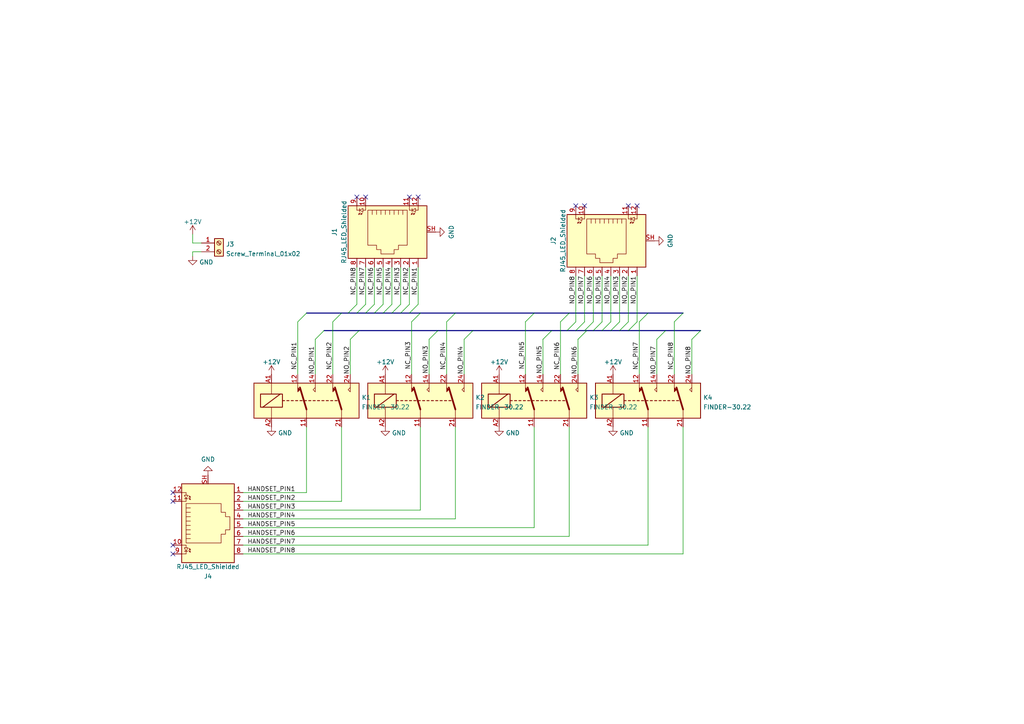
<source format=kicad_sch>
(kicad_sch (version 20211123) (generator eeschema)
  (paper "A4")
  (lib_symbols
    (symbol "Connector:RJ45_LED_Shielded" (pin_names (offset 1.016))
      (property "Reference" "J" (at -5.08 13.97 0))
      (property "Value" "RJ45_LED_Shielded" (at 1.27 13.97 0))
      (symbol "RJ45_LED_Shielded_0_1"
        (polyline (pts (xy -7.62 -7.62) (xy -6.35 -7.62)))
        (polyline (pts (xy -7.62 -5.08) (xy -6.35 -5.08)))
        (polyline (pts (xy -7.62 7.62) (xy -6.35 7.62)))
        (polyline (pts (xy -7.62 10.16) (xy -6.35 10.16)))
        (polyline (pts (xy -6.858 -5.842) (xy -5.842 -5.842)))
        (polyline (pts (xy -6.858 9.398) (xy -5.842 9.398)))
        (polyline (pts (xy -6.35 -7.62) (xy -6.35 -6.858)))
        (polyline (pts (xy -6.35 -5.08) (xy -6.35 -5.842)))
        (polyline (pts (xy -6.35 7.62) (xy -6.35 8.382)))
        (polyline (pts (xy -6.35 10.16) (xy -6.35 9.398)))
        (polyline (pts (xy -5.08 -6.223) (xy -5.207 -6.604)))
        (polyline (pts (xy -5.08 -5.588) (xy -5.207 -5.969)))
        (polyline (pts (xy -5.08 4.445) (xy -6.35 4.445)))
        (polyline (pts (xy -5.08 5.715) (xy -6.35 5.715)))
        (polyline (pts (xy -5.08 9.017) (xy -5.207 8.636)))
        (polyline (pts (xy -5.08 9.652) (xy -5.207 9.271)))
        (polyline (pts (xy -6.35 -3.175) (xy -5.08 -3.175) (xy -5.08 -3.175)))
        (polyline (pts (xy -6.35 -1.905) (xy -5.08 -1.905) (xy -5.08 -1.905)))
        (polyline (pts (xy -6.35 -0.635) (xy -5.08 -0.635) (xy -5.08 -0.635)))
        (polyline (pts (xy -6.35 0.635) (xy -5.08 0.635) (xy -5.08 0.635)))
        (polyline (pts (xy -6.35 1.905) (xy -5.08 1.905) (xy -5.08 1.905)))
        (polyline (pts (xy -5.588 -6.731) (xy -5.08 -6.223) (xy -5.461 -6.35)))
        (polyline (pts (xy -5.588 -6.096) (xy -5.08 -5.588) (xy -5.461 -5.715)))
        (polyline (pts (xy -5.588 8.509) (xy -5.08 9.017) (xy -5.461 8.89)))
        (polyline (pts (xy -5.588 9.144) (xy -5.08 9.652) (xy -5.461 9.525)))
        (polyline (pts (xy -5.08 3.175) (xy -6.35 3.175) (xy -6.35 3.175)))
        (polyline (pts (xy -6.35 -5.842) (xy -6.858 -6.858) (xy -5.842 -6.858) (xy -6.35 -5.842)))
        (polyline (pts (xy -6.35 9.398) (xy -6.858 8.382) (xy -5.842 8.382) (xy -6.35 9.398)))
        (polyline (pts (xy -6.35 -4.445) (xy -6.35 6.985) (xy 3.81 6.985) (xy 3.81 4.445) (xy 5.08 4.445) (xy 5.08 3.175) (xy 6.35 3.175) (xy 6.35 -0.635) (xy 5.08 -0.635) (xy 5.08 -1.905) (xy 3.81 -1.905) (xy 3.81 -4.445) (xy -6.35 -4.445) (xy -6.35 -4.445)))
        (rectangle (start 7.62 12.7) (end -7.62 -10.16) (stroke (width 0.254)) (fill (type background)))
      )
      (symbol "RJ45_LED_Shielded_1_1"
        (pin passive line (at 10.16 -7.62 180) (length 2.54) (name "~") (number "1"))
        (pin passive line (at -10.16 7.62 0) (length 2.54) (name "~") (number "10"))
        (pin passive line (at -10.16 -5.08 0) (length 2.54) (name "~") (number "11"))
        (pin passive line (at -10.16 -7.62 0) (length 2.54) (name "~") (number "12"))
        (pin passive line (at 10.16 -5.08 180) (length 2.54) (name "~") (number "2"))
        (pin passive line (at 10.16 -2.54 180) (length 2.54) (name "~") (number "3"))
        (pin passive line (at 10.16 0 180) (length 2.54) (name "~") (number "4"))
        (pin passive line (at 10.16 2.54 180) (length 2.54) (name "~") (number "5"))
        (pin passive line (at 10.16 5.08 180) (length 2.54) (name "~") (number "6"))
        (pin passive line (at 10.16 7.62 180) (length 2.54) (name "~") (number "7"))
        (pin passive line (at 10.16 10.16 180) (length 2.54) (name "~") (number "8"))
        (pin passive line (at -10.16 10.16 0) (length 2.54) (name "~") (number "9"))
        (pin passive line (at 0 -12.7 90) (length 2.54) (name "~") (number "SH"))
      )
    )
    (symbol "Connector:Screw_Terminal_01x02" (pin_names (offset 1.016) hide)
      (property "Reference" "J" (at 0 2.54 0))
      (property "Value" "Screw_Terminal_01x02" (at 0 -5.08 0))
      (symbol "Screw_Terminal_01x02_1_1"
        (rectangle (start -1.27 1.27) (end 1.27 -3.81) (stroke (width 0.254)) (fill (type background)))
        (circle (center 0 -2.54) (radius 0.635) (stroke (width 0.1524)))
        (polyline (pts (xy -0.5334 -2.2098) (xy 0.3302 -3.048)) (stroke (width 0.1524)))
        (polyline (pts (xy -0.5334 0.3302) (xy 0.3302 -0.508)) (stroke (width 0.1524)))
        (polyline (pts (xy -0.3556 -2.032) (xy 0.508 -2.8702)) (stroke (width 0.1524)))
        (polyline (pts (xy -0.3556 0.508) (xy 0.508 -0.3302)) (stroke (width 0.1524)))
        (circle (center 0 0) (radius 0.635) (stroke (width 0.1524)))
        (pin passive line (at -5.08 0 0) (length 3.81) (name "Pin_1") (number "1"))
        (pin passive line (at -5.08 -2.54 0) (length 3.81) (name "Pin_2") (number "2"))
      )
    )
    (symbol "Relay:FINDER-30.22"
      (property "Reference" "K" (at 16.51 3.81 0))
      (property "Value" "FINDER-30.22" (at 16.51 1.27 0))
      (symbol "FINDER-30.22_0_0"
        (polyline (pts (xy -2.54 5.08) (xy -2.54 2.54) (xy -1.905 3.175) (xy -2.54 3.81)) (fill (type outline)))
        (polyline (pts (xy 2.54 5.08) (xy 2.54 2.54) (xy 1.905 3.175) (xy 2.54 3.81)))
        (polyline (pts (xy 7.62 5.08) (xy 7.62 2.54) (xy 8.255 3.175) (xy 7.62 3.81)) (fill (type outline)))
        (polyline (pts (xy 12.7 5.08) (xy 12.7 2.54) (xy 12.065 3.175) (xy 12.7 3.81)))
      )
      (symbol "FINDER-30.22_0_1"
        (rectangle (start -15.24 5.08) (end 15.24 -5.08) (stroke (width 0.254)) (fill (type background)))
        (rectangle (start -13.335 1.905) (end -6.985 -1.905) (stroke (width 0.254)))
        (polyline (pts (xy -12.7 -1.905) (xy -7.62 1.905)) (stroke (width 0.254)))
        (polyline (pts (xy -10.16 -5.08) (xy -10.16 -1.905)))
        (polyline (pts (xy -10.16 5.08) (xy -10.16 1.905)))
        (polyline (pts (xy -6.985 0) (xy -6.35 0)) (stroke (width 0.254)))
        (polyline (pts (xy -5.715 0) (xy -5.08 0)) (stroke (width 0.254)))
        (polyline (pts (xy -4.445 0) (xy -3.81 0)) (stroke (width 0.254)))
        (polyline (pts (xy -3.175 0) (xy -2.54 0)) (stroke (width 0.254)))
        (polyline (pts (xy -1.905 0) (xy -1.27 0)) (stroke (width 0.254)))
        (polyline (pts (xy -0.635 0) (xy 0 0)) (stroke (width 0.254)))
        (polyline (pts (xy 0 -2.54) (xy -1.905 3.81)) (stroke (width 0.508)))
        (polyline (pts (xy 0 -2.54) (xy 0 -5.08)))
        (polyline (pts (xy 0.635 0) (xy 1.27 0)) (stroke (width 0.254)))
        (polyline (pts (xy 1.905 0) (xy 2.54 0)) (stroke (width 0.254)))
        (polyline (pts (xy 3.175 0) (xy 3.81 0)) (stroke (width 0.254)))
        (polyline (pts (xy 4.445 0) (xy 5.08 0)) (stroke (width 0.254)))
        (polyline (pts (xy 5.715 0) (xy 6.35 0)) (stroke (width 0.254)))
        (polyline (pts (xy 6.985 0) (xy 7.62 0)) (stroke (width 0.254)))
        (polyline (pts (xy 8.255 0) (xy 8.89 0)) (stroke (width 0.254)))
        (polyline (pts (xy 10.16 -2.54) (xy 8.255 3.81)) (stroke (width 0.508)))
        (polyline (pts (xy 10.16 -2.54) (xy 10.16 -5.08)))
      )
      (symbol "FINDER-30.22_1_1"
        (pin passive line (at 0 -7.62 90) (length 2.54) (name "~") (number "11"))
        (pin passive line (at -2.54 7.62 270) (length 2.54) (name "~") (number "12"))
        (pin passive line (at 2.54 7.62 270) (length 2.54) (name "~") (number "14"))
        (pin passive line (at 10.16 -7.62 90) (length 2.54) (name "~") (number "21"))
        (pin passive line (at 7.62 7.62 270) (length 2.54) (name "~") (number "22"))
        (pin passive line (at 12.7 7.62 270) (length 2.54) (name "~") (number "24"))
        (pin passive line (at -10.16 7.62 270) (length 2.54) (name "~") (number "A1"))
        (pin passive line (at -10.16 -7.62 90) (length 2.54) (name "~") (number "A2"))
      )
    )
    (symbol "power:+12V" (power) (pin_names (offset 0))
      (property "Value" "+12V" (at 0 3.556 0))
      (symbol "+12V_0_1"
        (polyline (pts (xy -0.762 1.27) (xy 0 2.54)))
        (polyline (pts (xy 0 0) (xy 0 2.54)))
        (polyline (pts (xy 0 2.54) (xy 0.762 1.27)))
      )
      (symbol "+12V_1_1"
        (pin power_in line (at 0 0 90) (length 0) hide (name "+12V") (number "1"))
      )
    )
    (symbol "power:GND" (power) (pin_names (offset 0))
      (property "Value" "GND" (at 0 -3.81 0))
      (symbol "GND_0_1"
        (polyline (pts (xy 0 0) (xy 0 -1.27) (xy 1.27 -1.27) (xy 0 -2.54) (xy -1.27 -1.27) (xy 0 -1.27)))
      )
      (symbol "GND_1_1"
        (pin power_in line (at 0 0 270) (length 0) hide (name "GND") (number "1"))
      )
    )
  )
  (no_connect (at 50.165 158.115))
  (no_connect (at 106.045 57.15))
  (no_connect (at 50.165 160.655))
  (no_connect (at 103.505 57.15))
  (no_connect (at 118.745 57.15))
  (no_connect (at 121.285 57.15))
  (no_connect (at 50.165 145.415))
  (no_connect (at 50.165 142.875))
  (no_connect (at 169.545 59.69))
  (no_connect (at 167.005 59.69))
  (no_connect (at 182.245 59.69))
  (no_connect (at 184.785 59.69))
  (bus_entry (at 119.38 93.345) (size 2.54 -2.54))
  (bus_entry (at 185.42 93.345) (size 2.54 -2.54))
  (bus_entry (at 91.44 98.425) (size 2.54 -2.54))
  (bus_entry (at 121.285 88.265) (size -2.54 2.54))
  (bus_entry (at 111.125 88.265) (size -2.54 2.54))
  (bus_entry (at 116.205 88.265) (size -2.54 2.54))
  (bus_entry (at 118.745 88.265) (size -2.54 2.54))
  (bus_entry (at 108.585 88.265) (size -2.54 2.54))
  (bus_entry (at 200.66 98.425) (size 2.54 -2.54))
  (bus_entry (at 184.785 93.345) (size -2.54 2.54))
  (bus_entry (at 177.165 93.345) (size -2.54 2.54))
  (bus_entry (at 179.705 93.345) (size -2.54 2.54))
  (bus_entry (at 167.64 98.425) (size 2.54 -2.54))
  (bus_entry (at 103.505 88.265) (size -2.54 2.54))
  (bus_entry (at 169.545 93.345) (size -2.54 2.54))
  (bus_entry (at 190.5 98.425) (size 2.54 -2.54))
  (bus_entry (at 101.6 98.425) (size 2.54 -2.54))
  (bus_entry (at 96.52 93.345) (size 2.54 -2.54))
  (bus_entry (at 86.36 93.345) (size 2.54 -2.54))
  (bus_entry (at 152.4 93.345) (size 2.54 -2.54))
  (bus_entry (at 162.56 93.345) (size 2.54 -2.54))
  (bus_entry (at 167.005 93.345) (size -2.54 2.54))
  (bus_entry (at 106.045 88.265) (size -2.54 2.54))
  (bus_entry (at 182.245 93.345) (size -2.54 2.54))
  (bus_entry (at 134.62 98.425) (size 2.54 -2.54))
  (bus_entry (at 113.665 88.265) (size -2.54 2.54))
  (bus_entry (at 124.46 98.425) (size 2.54 -2.54))
  (bus_entry (at 172.085 93.345) (size -2.54 2.54))
  (bus_entry (at 157.48 98.425) (size 2.54 -2.54))
  (bus_entry (at 195.58 93.345) (size 2.54 -2.54))
  (bus_entry (at 129.54 93.345) (size 2.54 -2.54))
  (bus_entry (at 174.625 93.345) (size -2.54 2.54))
  (wire (pts (xy 124.46 98.425) (xy 124.46 108.585)))
  (wire (pts (xy 86.36 93.345) (xy 86.36 108.585)))
  (wire (pts (xy 132.08 150.495) (xy 132.08 123.825)))
  (wire (pts (xy 121.285 77.47) (xy 121.285 88.265)))
  (bus (pts (xy 132.08 90.805) (xy 154.94 90.805)))
  (wire (pts (xy 118.745 77.47) (xy 118.745 88.265)))
  (wire (pts (xy 70.485 155.575) (xy 165.1 155.575)))
  (bus (pts (xy 177.165 95.885) (xy 179.705 95.885)))
  (wire (pts (xy 200.66 98.425) (xy 200.66 108.585)))
  (wire (pts (xy 187.96 158.115) (xy 187.96 123.825)))
  (wire (pts (xy 154.94 153.035) (xy 154.94 123.825)))
  (wire (pts (xy 174.625 80.01) (xy 174.625 93.345)))
  (wire (pts (xy 70.485 145.415) (xy 99.06 145.415)))
  (wire (pts (xy 91.44 98.425) (xy 91.44 108.585)))
  (wire (pts (xy 119.38 93.345) (xy 119.38 108.585)))
  (wire (pts (xy 70.485 147.955) (xy 121.92 147.955)))
  (bus (pts (xy 104.14 95.885) (xy 127 95.885)))
  (bus (pts (xy 167.005 95.885) (xy 169.545 95.885)))
  (bus (pts (xy 113.665 90.805) (xy 116.205 90.805)))
  (wire (pts (xy 101.6 98.425) (xy 101.6 108.585)))
  (wire (pts (xy 58.42 70.485) (xy 55.88 70.485)))
  (bus (pts (xy 103.505 90.805) (xy 106.045 90.805)))
  (bus (pts (xy 121.92 90.805) (xy 132.08 90.805)))
  (wire (pts (xy 195.58 93.345) (xy 195.58 108.585)))
  (wire (pts (xy 88.9 142.875) (xy 88.9 123.825)))
  (wire (pts (xy 58.42 73.025) (xy 55.88 73.025)))
  (wire (pts (xy 70.485 150.495) (xy 132.08 150.495)))
  (wire (pts (xy 121.92 147.955) (xy 121.92 123.825)))
  (bus (pts (xy 111.125 90.805) (xy 113.665 90.805)))
  (wire (pts (xy 177.165 80.01) (xy 177.165 93.345)))
  (wire (pts (xy 167.64 98.425) (xy 167.64 108.585)))
  (wire (pts (xy 96.52 93.345) (xy 96.52 108.585)))
  (bus (pts (xy 187.96 90.805) (xy 198.12 90.805)))
  (bus (pts (xy 116.205 90.805) (xy 118.745 90.805)))
  (bus (pts (xy 106.045 90.805) (xy 108.585 90.805)))
  (bus (pts (xy 179.705 95.885) (xy 182.245 95.885)))
  (wire (pts (xy 152.4 93.345) (xy 152.4 108.585)))
  (wire (pts (xy 113.665 77.47) (xy 113.665 88.265)))
  (wire (pts (xy 165.1 155.575) (xy 165.1 123.825)))
  (wire (pts (xy 198.12 160.655) (xy 198.12 123.825)))
  (wire (pts (xy 108.585 77.47) (xy 108.585 88.265)))
  (wire (pts (xy 182.245 80.01) (xy 182.245 93.345)))
  (wire (pts (xy 172.085 80.01) (xy 172.085 93.345)))
  (wire (pts (xy 129.54 93.345) (xy 129.54 108.585)))
  (wire (pts (xy 70.485 158.115) (xy 187.96 158.115)))
  (wire (pts (xy 99.06 145.415) (xy 99.06 123.825)))
  (bus (pts (xy 88.9 90.805) (xy 99.06 90.805)))
  (bus (pts (xy 93.98 95.885) (xy 104.14 95.885)))
  (wire (pts (xy 169.545 80.01) (xy 169.545 93.345)))
  (bus (pts (xy 193.04 95.885) (xy 203.2 95.885)))
  (bus (pts (xy 99.06 90.805) (xy 100.965 90.805)))
  (bus (pts (xy 154.94 90.805) (xy 165.1 90.805)))
  (wire (pts (xy 55.88 67.945) (xy 55.88 70.485)))
  (bus (pts (xy 174.625 95.885) (xy 177.165 95.885)))
  (wire (pts (xy 157.48 98.425) (xy 157.48 108.585)))
  (bus (pts (xy 165.1 90.805) (xy 187.96 90.805)))
  (wire (pts (xy 116.205 77.47) (xy 116.205 88.265)))
  (bus (pts (xy 172.085 95.885) (xy 174.625 95.885)))
  (wire (pts (xy 162.56 93.345) (xy 162.56 108.585)))
  (bus (pts (xy 169.545 95.885) (xy 170.18 95.885)))
  (bus (pts (xy 170.18 95.885) (xy 172.085 95.885)))
  (wire (pts (xy 184.785 80.01) (xy 184.785 93.345)))
  (wire (pts (xy 70.485 153.035) (xy 154.94 153.035)))
  (wire (pts (xy 167.005 80.01) (xy 167.005 93.345)))
  (wire (pts (xy 185.42 93.345) (xy 185.42 108.585)))
  (bus (pts (xy 100.965 90.805) (xy 103.505 90.805)))
  (wire (pts (xy 55.88 73.025) (xy 55.88 74.295)))
  (bus (pts (xy 160.02 95.885) (xy 164.465 95.885)))
  (bus (pts (xy 164.465 95.885) (xy 167.005 95.885)))
  (bus (pts (xy 118.745 90.805) (xy 121.92 90.805)))
  (wire (pts (xy 103.505 77.47) (xy 103.505 88.265)))
  (bus (pts (xy 108.585 90.805) (xy 111.125 90.805)))
  (bus (pts (xy 127 95.885) (xy 137.16 95.885)))
  (wire (pts (xy 111.125 77.47) (xy 111.125 88.265)))
  (wire (pts (xy 134.62 98.425) (xy 134.62 108.585)))
  (wire (pts (xy 106.045 77.47) (xy 106.045 88.265)))
  (wire (pts (xy 70.485 160.655) (xy 198.12 160.655)))
  (wire (pts (xy 70.485 142.875) (xy 88.9 142.875)))
  (bus (pts (xy 137.16 95.885) (xy 160.02 95.885)))
  (wire (pts (xy 190.5 98.425) (xy 190.5 108.585)))
  (wire (pts (xy 179.705 80.01) (xy 179.705 93.345)))
  (bus (pts (xy 182.245 95.885) (xy 193.04 95.885)))
  (label "NO_PIN3" (at 124.46 108.4419 90))
  (label "NC_PIN8" (at 103.505 77.47 270))
  (label "NO_PIN5" (at 174.625 80.01 270))
  (label "NC_PIN5" (at 152.4 107.1719 90))
  (label "HANDSET_PIN5" (at 71.755 153.035 0))
  (label "NO_PIN3" (at 179.705 80.01 270))
  (label "NO_PIN2" (at 182.245 80.01 270))
  (label "NO_PIN4" (at 134.62 108.585 90))
  (label "NC_PIN1" (at 121.285 77.47 270))
  (label "NC_PIN3" (at 116.205 77.47 270))
  (label "NC_PIN6" (at 108.585 77.47 270))
  (label "NC_PIN4" (at 129.54 107.315 90))
  (label "NO_PIN8" (at 167.005 80.01 270))
  (label "NC_PIN8" (at 195.58 107.315 90))
  (label "NO_PIN6" (at 172.085 80.01 270))
  (label "NC_PIN3" (at 119.38 107.1719 90))
  (label "HANDSET_PIN6" (at 71.755 155.575 0))
  (label "NO_PIN7" (at 190.5 108.585 90))
  (label "NC_PIN1" (at 86.36 107.315 90))
  (label "NC_PIN5" (at 111.125 77.47 270))
  (label "HANDSET_PIN8" (at 71.755 160.655 0))
  (label "HANDSET_PIN3" (at 71.755 147.955 0))
  (label "NC_PIN2" (at 118.745 77.47 270))
  (label "NC_PIN2" (at 96.52 107.315 90))
  (label "NC_PIN6" (at 162.56 107.315 90))
  (label "NO_PIN1" (at 184.785 80.01 270))
  (label "HANDSET_PIN2" (at 71.755 145.415 0))
  (label "NC_PIN7" (at 106.045 77.47 270))
  (label "NC_PIN4" (at 113.665 77.47 270))
  (label "NC_PIN7" (at 185.42 107.315 90))
  (label "NO_PIN1" (at 91.44 108.585 90))
  (label "NO_PIN8" (at 200.66 108.585 90))
  (label "HANDSET_PIN1" (at 71.755 142.875 0))
  (label "NO_PIN5" (at 157.48 108.4419 90))
  (label "NO_PIN4" (at 177.165 80.01 270))
  (label "NO_PIN6" (at 167.64 108.585 90))
  (label "NO_PIN2" (at 101.6 108.585 90))
  (label "HANDSET_PIN7" (at 71.755 158.115 0))
  (label "HANDSET_PIN4" (at 71.755 150.495 0))
  (label "NO_PIN7" (at 169.545 80.01 270))
  (symbol (lib_id "Connector:RJ45_LED_Shielded") (at 60.325 150.495 0) (mirror x) (unit 1)
    (property "Reference" "J4" (at 60.325 167.1615 0))
    (property "Value" "RJ45_LED_Shielded" (at 60.325 164.3864 0))
    (property "Footprint" "Connector_RJ:RJ45_BEL_SS74301-00x_Vertical" (effects hide))
  )
  (symbol (lib_id "power:GND") (at 55.88 74.295 0) (unit 1)
    (property "Reference" "#PWR0102" (effects hide))
    (property "Value" "GND" (at 57.785 76.044 0) (effects (justify left)))
  )
  (symbol (lib_id "power:+12V") (at 78.74 108.585 0) (unit 1)
    (property "Reference" "#PWR0112" (effects hide))
    (property "Value" "+12V" (at 78.74 104.9805 0))
  )
  (symbol (lib_id "power:GND") (at 126.365 67.31 90) (mirror x) (unit 1)
    (property "Reference" "#PWR0101" (effects hide))
    (property "Value" "GND" (at 130.9275 67.31 0))
  )
  (symbol (lib_id "Relay:FINDER-30.22") (at 121.92 116.205 0) (unit 1)
    (property "Reference" "K2" (at 137.922 115.2965 0) (effects (justify left)))
    (property "Value" "FINDER-30.22" (at 137.922 118.0716 0) (effects (justify left)))
    (property "Footprint" "Relay_THT:Relay_DPDT_Finder_30.22" (effects hide))
    (property "Datasheet" "http://gfinder.findernet.com/assets/Series/354/S30EN.pdf" (effects hide))
  )
  (symbol (lib_id "power:GND") (at 177.8 123.825 0) (unit 1)
    (property "Reference" "#PWR0104" (effects hide))
    (property "Value" "GND" (at 179.705 125.574 0) (effects (justify left)))
  )
  (symbol (lib_id "power:+12V") (at 111.76 108.585 0) (unit 1)
    (property "Reference" "#PWR0111" (effects hide))
    (property "Value" "+12V" (at 111.76 104.9805 0))
  )
  (symbol (lib_id "Connector:RJ45_LED_Shielded") (at 113.665 67.31 90) (mirror x) (unit 1)
    (property "Reference" "J1" (at 96.9985 67.31 0))
    (property "Value" "RJ45_LED_Shielded" (at 99.7736 67.31 0))
    (property "Footprint" "Connector_RJ:RJ45_BEL_SS74301-00x_Vertical" (effects hide))
  )
  (symbol (lib_id "Relay:FINDER-30.22") (at 154.94 116.205 0) (unit 1)
    (property "Reference" "K3" (at 170.942 115.2965 0) (effects (justify left)))
    (property "Value" "FINDER-30.22" (at 170.942 118.0716 0) (effects (justify left)))
    (property "Footprint" "Relay_THT:Relay_DPDT_Finder_30.22" (effects hide))
    (property "Datasheet" "http://gfinder.findernet.com/assets/Series/354/S30EN.pdf" (effects hide))
  )
  (symbol (lib_id "power:GND") (at 189.865 69.85 90) (mirror x) (unit 1)
    (property "Reference" "#PWR0108" (effects hide))
    (property "Value" "GND" (at 194.4275 69.85 0))
  )
  (symbol (lib_id "Relay:FINDER-30.22") (at 187.96 116.205 0) (unit 1)
    (property "Reference" "K4" (at 203.962 115.2965 0) (effects (justify left)))
    (property "Value" "FINDER-30.22" (at 203.962 118.0716 0) (effects (justify left)))
    (property "Footprint" "Relay_THT:Relay_DPDT_Finder_30.22" (effects hide))
    (property "Datasheet" "http://gfinder.findernet.com/assets/Series/354/S30EN.pdf" (effects hide))
  )
  (symbol (lib_id "power:+12V") (at 144.78 108.585 0) (unit 1)
    (property "Reference" "#PWR0107" (effects hide))
    (property "Value" "+12V" (at 144.78 104.9805 0))
  )
  (symbol (lib_id "power:+12V") (at 177.8 108.585 0) (unit 1)
    (property "Reference" "#PWR0105" (effects hide))
    (property "Value" "+12V" (at 177.8 104.9805 0))
  )
  (symbol (lib_id "Relay:FINDER-30.22") (at 88.9 116.205 0) (unit 1)
    (property "Reference" "K1" (at 104.902 115.2965 0) (effects (justify left)))
    (property "Value" "FINDER-30.22" (at 104.902 118.0716 0) (effects (justify left)))
    (property "Footprint" "Relay_THT:Relay_DPDT_Finder_30.22" (effects hide))
    (property "Datasheet" "http://gfinder.findernet.com/assets/Series/354/S30EN.pdf" (effects hide))
  )
  (symbol (lib_id "power:GND") (at 144.78 123.825 0) (unit 1)
    (property "Reference" "#PWR0106" (effects hide))
    (property "Value" "GND" (at 146.685 125.574 0) (effects (justify left)))
  )
  (symbol (lib_id "power:GND") (at 60.325 137.795 0) (mirror x) (unit 1)
    (property "Reference" "#PWR0109" (effects hide))
    (property "Value" "GND" (at 60.325 133.2325 0))
  )
  (symbol (lib_id "power:+12V") (at 55.88 67.945 0) (unit 1)
    (property "Reference" "#PWR0103" (effects hide))
    (property "Value" "+12V" (at 55.88 64.3405 0))
  )
  (symbol (lib_id "Connector:RJ45_LED_Shielded") (at 177.165 69.85 90) (mirror x) (unit 1)
    (property "Reference" "J2" (at 160.4985 69.85 0))
    (property "Value" "RJ45_LED_Shielded" (at 163.2736 69.85 0))
    (property "Footprint" "Connector_RJ:RJ45_BEL_SS74301-00x_Vertical" (effects hide))
  )
  (symbol (lib_id "power:GND") (at 78.74 123.825 0) (unit 1)
    (property "Reference" "#PWR0113" (effects hide))
    (property "Value" "GND" (at 80.645 125.574 0) (effects (justify left)))
  )
  (symbol (lib_id "power:GND") (at 111.76 123.825 0) (unit 1)
    (property "Reference" "#PWR0110" (effects hide))
    (property "Value" "GND" (at 113.665 125.574 0) (effects (justify left)))
  )
  (symbol (lib_id "Connector:Screw_Terminal_01x02") (at 63.5 70.485 0) (unit 1)
    (property "Reference" "J3" (at 65.532 70.8465 0) (effects (justify left)))
    (property "Value" "Screw_Terminal_01x02" (at 65.532 73.6216 0) (effects (justify left)))
    (property "Footprint" "TerminalBlock_Phoenix:TerminalBlock_Phoenix_MKDS-1,5-2_1x02_P5.00mm_Horizontal" (effects hide))
  )
)
</source>
